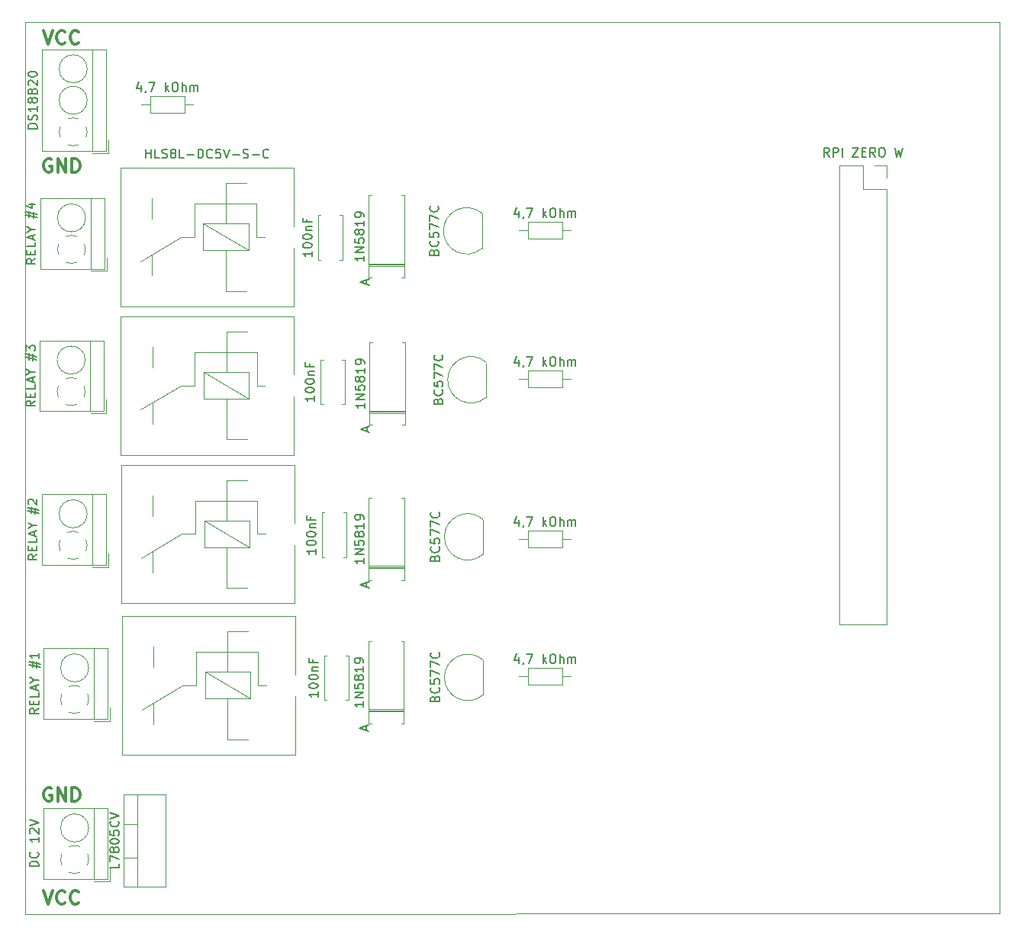
<source format=gbr>
G04 #@! TF.GenerationSoftware,KiCad,Pcbnew,(5.1.5)-3*
G04 #@! TF.CreationDate,2020-05-30T00:12:56+02:00*
G04 #@! TF.ProjectId,BOTLAND-1-INTELIGENTNY-DOM,424f544c-414e-4442-9d31-2d494e54454c,rev?*
G04 #@! TF.SameCoordinates,Original*
G04 #@! TF.FileFunction,Legend,Top*
G04 #@! TF.FilePolarity,Positive*
%FSLAX46Y46*%
G04 Gerber Fmt 4.6, Leading zero omitted, Abs format (unit mm)*
G04 Created by KiCad (PCBNEW (5.1.5)-3) date 2020-05-30 00:12:56*
%MOMM*%
%LPD*%
G04 APERTURE LIST*
%ADD10C,0.120000*%
%ADD11C,0.300000*%
%ADD12C,0.150000*%
G04 APERTURE END LIST*
D10*
X130703320Y-156651960D02*
X130688080Y-156641800D01*
X22595840Y-156697680D02*
X130703320Y-156651960D01*
X22590760Y-156728160D02*
X22611080Y-156687520D01*
X22585680Y-156651960D02*
X22590760Y-156728160D01*
X22585680Y-57703720D02*
X22585680Y-156651960D01*
X130708400Y-57703720D02*
X22585680Y-57703720D01*
X130708400Y-156651960D02*
X130708400Y-57703720D01*
D11*
X25527142Y-72910000D02*
X25384285Y-72838571D01*
X25170000Y-72838571D01*
X24955714Y-72910000D01*
X24812857Y-73052857D01*
X24741428Y-73195714D01*
X24670000Y-73481428D01*
X24670000Y-73695714D01*
X24741428Y-73981428D01*
X24812857Y-74124285D01*
X24955714Y-74267142D01*
X25170000Y-74338571D01*
X25312857Y-74338571D01*
X25527142Y-74267142D01*
X25598571Y-74195714D01*
X25598571Y-73695714D01*
X25312857Y-73695714D01*
X26241428Y-74338571D02*
X26241428Y-72838571D01*
X27098571Y-74338571D01*
X27098571Y-72838571D01*
X27812857Y-74338571D02*
X27812857Y-72838571D01*
X28170000Y-72838571D01*
X28384285Y-72910000D01*
X28527142Y-73052857D01*
X28598571Y-73195714D01*
X28670000Y-73481428D01*
X28670000Y-73695714D01*
X28598571Y-73981428D01*
X28527142Y-74124285D01*
X28384285Y-74267142D01*
X28170000Y-74338571D01*
X27812857Y-74338571D01*
X24670000Y-58598571D02*
X25170000Y-60098571D01*
X25670000Y-58598571D01*
X27027142Y-59955714D02*
X26955714Y-60027142D01*
X26741428Y-60098571D01*
X26598571Y-60098571D01*
X26384285Y-60027142D01*
X26241428Y-59884285D01*
X26170000Y-59741428D01*
X26098571Y-59455714D01*
X26098571Y-59241428D01*
X26170000Y-58955714D01*
X26241428Y-58812857D01*
X26384285Y-58670000D01*
X26598571Y-58598571D01*
X26741428Y-58598571D01*
X26955714Y-58670000D01*
X27027142Y-58741428D01*
X28527142Y-59955714D02*
X28455714Y-60027142D01*
X28241428Y-60098571D01*
X28098571Y-60098571D01*
X27884285Y-60027142D01*
X27741428Y-59884285D01*
X27670000Y-59741428D01*
X27598571Y-59455714D01*
X27598571Y-59241428D01*
X27670000Y-58955714D01*
X27741428Y-58812857D01*
X27884285Y-58670000D01*
X28098571Y-58598571D01*
X28241428Y-58598571D01*
X28455714Y-58670000D01*
X28527142Y-58741428D01*
X25527142Y-142760000D02*
X25384285Y-142688571D01*
X25170000Y-142688571D01*
X24955714Y-142760000D01*
X24812857Y-142902857D01*
X24741428Y-143045714D01*
X24670000Y-143331428D01*
X24670000Y-143545714D01*
X24741428Y-143831428D01*
X24812857Y-143974285D01*
X24955714Y-144117142D01*
X25170000Y-144188571D01*
X25312857Y-144188571D01*
X25527142Y-144117142D01*
X25598571Y-144045714D01*
X25598571Y-143545714D01*
X25312857Y-143545714D01*
X26241428Y-144188571D02*
X26241428Y-142688571D01*
X27098571Y-144188571D01*
X27098571Y-142688571D01*
X27812857Y-144188571D02*
X27812857Y-142688571D01*
X28170000Y-142688571D01*
X28384285Y-142760000D01*
X28527142Y-142902857D01*
X28598571Y-143045714D01*
X28670000Y-143331428D01*
X28670000Y-143545714D01*
X28598571Y-143831428D01*
X28527142Y-143974285D01*
X28384285Y-144117142D01*
X28170000Y-144188571D01*
X27812857Y-144188571D01*
X24670000Y-154118571D02*
X25170000Y-155618571D01*
X25670000Y-154118571D01*
X27027142Y-155475714D02*
X26955714Y-155547142D01*
X26741428Y-155618571D01*
X26598571Y-155618571D01*
X26384285Y-155547142D01*
X26241428Y-155404285D01*
X26170000Y-155261428D01*
X26098571Y-154975714D01*
X26098571Y-154761428D01*
X26170000Y-154475714D01*
X26241428Y-154332857D01*
X26384285Y-154190000D01*
X26598571Y-154118571D01*
X26741428Y-154118571D01*
X26955714Y-154190000D01*
X27027142Y-154261428D01*
X28527142Y-155475714D02*
X28455714Y-155547142D01*
X28241428Y-155618571D01*
X28098571Y-155618571D01*
X27884285Y-155547142D01*
X27741428Y-155404285D01*
X27670000Y-155261428D01*
X27598571Y-154975714D01*
X27598571Y-154761428D01*
X27670000Y-154475714D01*
X27741428Y-154332857D01*
X27884285Y-154190000D01*
X28098571Y-154118571D01*
X28241428Y-154118571D01*
X28455714Y-154190000D01*
X28527142Y-154261428D01*
D10*
X36474640Y-65902320D02*
X36474640Y-67742320D01*
X36474640Y-67742320D02*
X40314640Y-67742320D01*
X40314640Y-67742320D02*
X40314640Y-65902320D01*
X40314640Y-65902320D02*
X36474640Y-65902320D01*
X35524640Y-66822320D02*
X36474640Y-66822320D01*
X41264640Y-66822320D02*
X40314640Y-66822320D01*
X29495492Y-69822989D02*
G75*
G02X29372000Y-70458000I-1555492J-27011D01*
G01*
X28547742Y-71282109D02*
G75*
G02X27332000Y-71282000I-607742J1432109D01*
G01*
X26507891Y-70457742D02*
G75*
G02X26508000Y-69242000I1432109J607742D01*
G01*
X27332258Y-68417891D02*
G75*
G02X28548000Y-68418000I607742J-1432109D01*
G01*
X29371385Y-69242413D02*
G75*
G02X29495000Y-69850000I-1431385J-607587D01*
G01*
X29495000Y-66350000D02*
G75*
G03X29495000Y-66350000I-1555000J0D01*
G01*
X29495000Y-62850000D02*
G75*
G03X29495000Y-62850000I-1555000J0D01*
G01*
X30040000Y-72010000D02*
X30040000Y-60690000D01*
X24480000Y-72010000D02*
X24480000Y-60690000D01*
X31600000Y-72010000D02*
X31600000Y-60690000D01*
X24480000Y-72010000D02*
X31600000Y-72010000D01*
X24480000Y-60690000D02*
X31600000Y-60690000D01*
X30100000Y-72250000D02*
X31840000Y-72250000D01*
X31840000Y-72250000D02*
X31840000Y-70750000D01*
X32002560Y-153057560D02*
X32002560Y-151557560D01*
X30262560Y-153057560D02*
X32002560Y-153057560D01*
X24642560Y-144997560D02*
X31762560Y-144997560D01*
X24642560Y-152817560D02*
X31762560Y-152817560D01*
X31762560Y-152817560D02*
X31762560Y-144997560D01*
X24642560Y-152817560D02*
X24642560Y-144997560D01*
X30202560Y-152817560D02*
X30202560Y-144997560D01*
X29657560Y-147157560D02*
G75*
G03X29657560Y-147157560I-1555000J0D01*
G01*
X29658052Y-150630549D02*
G75*
G02X29534560Y-151265560I-1555492J-27011D01*
G01*
X28710302Y-152089669D02*
G75*
G02X27494560Y-152089560I-607742J1432109D01*
G01*
X26670451Y-151265302D02*
G75*
G02X26670560Y-150049560I1432109J607742D01*
G01*
X27494818Y-149225451D02*
G75*
G02X28710560Y-149225560I607742J-1432109D01*
G01*
X29533945Y-150049973D02*
G75*
G02X29657560Y-150657560I-1431385J-607587D01*
G01*
X33560000Y-153710000D02*
X33560000Y-143470000D01*
X38201000Y-153710000D02*
X38201000Y-143470000D01*
X33560000Y-153710000D02*
X38201000Y-153710000D01*
X33560000Y-143470000D02*
X38201000Y-143470000D01*
X35070000Y-153710000D02*
X35070000Y-143470000D01*
X33560000Y-150440000D02*
X35070000Y-150440000D01*
X33560000Y-146739000D02*
X35070000Y-146739000D01*
X112970000Y-73600000D02*
X115570000Y-73600000D01*
X112970000Y-73600000D02*
X112970000Y-124520000D01*
X112970000Y-124520000D02*
X118170000Y-124520000D01*
X118170000Y-76200000D02*
X118170000Y-124520000D01*
X115570000Y-76200000D02*
X118170000Y-76200000D01*
X115570000Y-73600000D02*
X115570000Y-76200000D01*
X118170000Y-73600000D02*
X118170000Y-74930000D01*
X116840000Y-73600000D02*
X118170000Y-73600000D01*
X78384640Y-129402320D02*
X78384640Y-131242320D01*
X78384640Y-131242320D02*
X82224640Y-131242320D01*
X82224640Y-131242320D02*
X82224640Y-129402320D01*
X82224640Y-129402320D02*
X78384640Y-129402320D01*
X77434640Y-130322320D02*
X78384640Y-130322320D01*
X83174640Y-130322320D02*
X82224640Y-130322320D01*
X78384640Y-114162320D02*
X78384640Y-116002320D01*
X78384640Y-116002320D02*
X82224640Y-116002320D01*
X82224640Y-116002320D02*
X82224640Y-114162320D01*
X82224640Y-114162320D02*
X78384640Y-114162320D01*
X77434640Y-115082320D02*
X78384640Y-115082320D01*
X83174640Y-115082320D02*
X82224640Y-115082320D01*
X78384640Y-96382320D02*
X78384640Y-98222320D01*
X78384640Y-98222320D02*
X82224640Y-98222320D01*
X82224640Y-98222320D02*
X82224640Y-96382320D01*
X82224640Y-96382320D02*
X78384640Y-96382320D01*
X77434640Y-97302320D02*
X78384640Y-97302320D01*
X83174640Y-97302320D02*
X82224640Y-97302320D01*
X78384640Y-79872320D02*
X78384640Y-81712320D01*
X78384640Y-81712320D02*
X82224640Y-81712320D01*
X82224640Y-81712320D02*
X82224640Y-79872320D01*
X82224640Y-79872320D02*
X78384640Y-79872320D01*
X77434640Y-80792320D02*
X78384640Y-80792320D01*
X83174640Y-80792320D02*
X82224640Y-80792320D01*
X73409280Y-132377880D02*
X73409280Y-128527880D01*
X73399402Y-128489269D02*
G75*
G03X73409280Y-132377880I-1690122J-1948611D01*
G01*
X73409280Y-116772120D02*
X73409280Y-112922120D01*
X73399402Y-112883509D02*
G75*
G03X73409280Y-116772120I-1690122J-1948611D01*
G01*
X73775040Y-99322320D02*
X73775040Y-95472320D01*
X73765162Y-95433709D02*
G75*
G03X73775040Y-99322320I-1690122J-1948611D01*
G01*
X73302600Y-82786920D02*
X73302600Y-78936920D01*
X73292722Y-78898309D02*
G75*
G03X73302600Y-82786920I-1690122J-1948611D01*
G01*
X32002560Y-135277560D02*
X32002560Y-133777560D01*
X30262560Y-135277560D02*
X32002560Y-135277560D01*
X24642560Y-127217560D02*
X31762560Y-127217560D01*
X24642560Y-135037560D02*
X31762560Y-135037560D01*
X31762560Y-135037560D02*
X31762560Y-127217560D01*
X24642560Y-135037560D02*
X24642560Y-127217560D01*
X30202560Y-135037560D02*
X30202560Y-127217560D01*
X29657560Y-129377560D02*
G75*
G03X29657560Y-129377560I-1555000J0D01*
G01*
X29533945Y-132269973D02*
G75*
G02X29657560Y-132877560I-1431385J-607587D01*
G01*
X27494818Y-131445451D02*
G75*
G02X28710560Y-131445560I607742J-1432109D01*
G01*
X26670451Y-133485302D02*
G75*
G02X26670560Y-132269560I1432109J607742D01*
G01*
X28710302Y-134309669D02*
G75*
G02X27494560Y-134309560I-607742J1432109D01*
G01*
X29658052Y-132850549D02*
G75*
G02X29534560Y-133485560I-1555492J-27011D01*
G01*
X31829840Y-118168120D02*
X31829840Y-116668120D01*
X30089840Y-118168120D02*
X31829840Y-118168120D01*
X24469840Y-110108120D02*
X31589840Y-110108120D01*
X24469840Y-117928120D02*
X31589840Y-117928120D01*
X31589840Y-117928120D02*
X31589840Y-110108120D01*
X24469840Y-117928120D02*
X24469840Y-110108120D01*
X30029840Y-117928120D02*
X30029840Y-110108120D01*
X29484840Y-112268120D02*
G75*
G03X29484840Y-112268120I-1555000J0D01*
G01*
X29361225Y-115160533D02*
G75*
G02X29484840Y-115768120I-1431385J-607587D01*
G01*
X27322098Y-114336011D02*
G75*
G02X28537840Y-114336120I607742J-1432109D01*
G01*
X26497731Y-116375862D02*
G75*
G02X26497840Y-115160120I1432109J607742D01*
G01*
X28537582Y-117200229D02*
G75*
G02X27321840Y-117200120I-607742J1432109D01*
G01*
X29485332Y-115741109D02*
G75*
G02X29361840Y-116376120I-1555492J-27011D01*
G01*
X31611400Y-101099320D02*
X31611400Y-99599320D01*
X29871400Y-101099320D02*
X31611400Y-101099320D01*
X24251400Y-93039320D02*
X31371400Y-93039320D01*
X24251400Y-100859320D02*
X31371400Y-100859320D01*
X31371400Y-100859320D02*
X31371400Y-93039320D01*
X24251400Y-100859320D02*
X24251400Y-93039320D01*
X29811400Y-100859320D02*
X29811400Y-93039320D01*
X29266400Y-95199320D02*
G75*
G03X29266400Y-95199320I-1555000J0D01*
G01*
X29142785Y-98091733D02*
G75*
G02X29266400Y-98699320I-1431385J-607587D01*
G01*
X27103658Y-97267211D02*
G75*
G02X28319400Y-97267320I607742J-1432109D01*
G01*
X26279291Y-99307062D02*
G75*
G02X26279400Y-98091320I1432109J607742D01*
G01*
X28319142Y-100131429D02*
G75*
G02X27103400Y-100131320I-607742J1432109D01*
G01*
X29266892Y-98672309D02*
G75*
G02X29143400Y-99307320I-1555492J-27011D01*
G01*
X29307040Y-79405600D02*
G75*
G03X29307040Y-79405600I-1555000J0D01*
G01*
X29852040Y-85065600D02*
X29852040Y-77245600D01*
X24292040Y-85065600D02*
X24292040Y-77245600D01*
X31412040Y-85065600D02*
X31412040Y-77245600D01*
X24292040Y-85065600D02*
X31412040Y-85065600D01*
X24292040Y-77245600D02*
X31412040Y-77245600D01*
X29912040Y-85305600D02*
X31652040Y-85305600D01*
X31652040Y-85305600D02*
X31652040Y-83805600D01*
X29307532Y-82878589D02*
G75*
G02X29184040Y-83513600I-1555492J-27011D01*
G01*
X28359782Y-84337709D02*
G75*
G02X27144040Y-84337600I-607742J1432109D01*
G01*
X26319931Y-83513342D02*
G75*
G02X26320040Y-82297600I1432109J607742D01*
G01*
X27144298Y-81473491D02*
G75*
G02X28360040Y-81473600I607742J-1432109D01*
G01*
X29183425Y-82298013D02*
G75*
G02X29307040Y-82905600I-1431385J-607587D01*
G01*
X60707040Y-134222800D02*
X64647040Y-134222800D01*
X60707040Y-133982800D02*
X64647040Y-133982800D01*
X60707040Y-134102800D02*
X64647040Y-134102800D01*
X64647040Y-126417800D02*
X64317040Y-126417800D01*
X64647040Y-135557800D02*
X64647040Y-126417800D01*
X64317040Y-135557800D02*
X64647040Y-135557800D01*
X60707040Y-126417800D02*
X61037040Y-126417800D01*
X60707040Y-135557800D02*
X60707040Y-126417800D01*
X61037040Y-135557800D02*
X60707040Y-135557800D01*
X60742600Y-118302080D02*
X64682600Y-118302080D01*
X60742600Y-118062080D02*
X64682600Y-118062080D01*
X60742600Y-118182080D02*
X64682600Y-118182080D01*
X64682600Y-110497080D02*
X64352600Y-110497080D01*
X64682600Y-119637080D02*
X64682600Y-110497080D01*
X64352600Y-119637080D02*
X64682600Y-119637080D01*
X60742600Y-110497080D02*
X61072600Y-110497080D01*
X60742600Y-119637080D02*
X60742600Y-110497080D01*
X61072600Y-119637080D02*
X60742600Y-119637080D01*
X60813720Y-101065640D02*
X64753720Y-101065640D01*
X60813720Y-100825640D02*
X64753720Y-100825640D01*
X60813720Y-100945640D02*
X64753720Y-100945640D01*
X64753720Y-93260640D02*
X64423720Y-93260640D01*
X64753720Y-102400640D02*
X64753720Y-93260640D01*
X64423720Y-102400640D02*
X64753720Y-102400640D01*
X60813720Y-93260640D02*
X61143720Y-93260640D01*
X60813720Y-102400640D02*
X60813720Y-93260640D01*
X61143720Y-102400640D02*
X60813720Y-102400640D01*
X61082760Y-86063360D02*
X60752760Y-86063360D01*
X60752760Y-86063360D02*
X60752760Y-76923360D01*
X60752760Y-76923360D02*
X61082760Y-76923360D01*
X64362760Y-86063360D02*
X64692760Y-86063360D01*
X64692760Y-86063360D02*
X64692760Y-76923360D01*
X64692760Y-76923360D02*
X64362760Y-76923360D01*
X60752760Y-84608360D02*
X64692760Y-84608360D01*
X60752760Y-84488360D02*
X64692760Y-84488360D01*
X60752760Y-84728360D02*
X64692760Y-84728360D01*
X58194840Y-128004080D02*
X58509840Y-128004080D01*
X55769840Y-128004080D02*
X56084840Y-128004080D01*
X58194840Y-132944080D02*
X58509840Y-132944080D01*
X55769840Y-132944080D02*
X56084840Y-132944080D01*
X58509840Y-132944080D02*
X58509840Y-128004080D01*
X55769840Y-132944080D02*
X55769840Y-128004080D01*
X57945920Y-112139240D02*
X58260920Y-112139240D01*
X55520920Y-112139240D02*
X55835920Y-112139240D01*
X57945920Y-117079240D02*
X58260920Y-117079240D01*
X55520920Y-117079240D02*
X55835920Y-117079240D01*
X58260920Y-117079240D02*
X58260920Y-112139240D01*
X55520920Y-117079240D02*
X55520920Y-112139240D01*
X57788440Y-95166960D02*
X58103440Y-95166960D01*
X55363440Y-95166960D02*
X55678440Y-95166960D01*
X57788440Y-100106960D02*
X58103440Y-100106960D01*
X55363440Y-100106960D02*
X55678440Y-100106960D01*
X58103440Y-100106960D02*
X58103440Y-95166960D01*
X55363440Y-100106960D02*
X55363440Y-95166960D01*
X55094200Y-84049080D02*
X55094200Y-79109080D01*
X57834200Y-84049080D02*
X57834200Y-79109080D01*
X55094200Y-84049080D02*
X55409200Y-84049080D01*
X57519200Y-84049080D02*
X57834200Y-84049080D01*
X55094200Y-79109080D02*
X55409200Y-79109080D01*
X57519200Y-79109080D02*
X57834200Y-79109080D01*
X42559080Y-129807840D02*
X47559080Y-129807840D01*
X42559080Y-132807840D02*
X42559080Y-129807840D01*
X47559080Y-132807840D02*
X42559080Y-132807840D01*
X47559080Y-129807840D02*
X47559080Y-132807840D01*
X42559080Y-129807840D02*
X47559080Y-132807840D01*
X45059080Y-129807840D02*
X45059080Y-125307840D01*
X45059080Y-137307840D02*
X45059080Y-132807840D01*
X48459080Y-131307840D02*
X48459080Y-127607840D01*
X41559080Y-131307840D02*
X41559080Y-127607840D01*
X41559080Y-127607840D02*
X48459080Y-127607840D01*
X40059080Y-131307840D02*
X35559080Y-134007840D01*
X41559080Y-131307840D02*
X40059080Y-131307840D01*
X45059080Y-137307840D02*
X47359080Y-137307840D01*
X48459080Y-131307840D02*
X49359080Y-131307840D01*
X47359080Y-125307840D02*
X45059080Y-125307840D01*
X36859080Y-135607840D02*
X36859080Y-133307840D01*
X36859080Y-127007840D02*
X36859080Y-129307840D01*
X33359080Y-123607840D02*
X52559080Y-123607840D01*
X33359080Y-139007840D02*
X33359080Y-123607840D01*
X52559080Y-139007840D02*
X33359080Y-139007840D01*
X52559080Y-139007840D02*
X52559080Y-132507840D01*
X52559080Y-130107840D02*
X52559080Y-123607840D01*
X42472720Y-113018440D02*
X47472720Y-113018440D01*
X42472720Y-116018440D02*
X42472720Y-113018440D01*
X47472720Y-116018440D02*
X42472720Y-116018440D01*
X47472720Y-113018440D02*
X47472720Y-116018440D01*
X42472720Y-113018440D02*
X47472720Y-116018440D01*
X44972720Y-113018440D02*
X44972720Y-108518440D01*
X44972720Y-120518440D02*
X44972720Y-116018440D01*
X48372720Y-114518440D02*
X48372720Y-110818440D01*
X41472720Y-114518440D02*
X41472720Y-110818440D01*
X41472720Y-110818440D02*
X48372720Y-110818440D01*
X39972720Y-114518440D02*
X35472720Y-117218440D01*
X41472720Y-114518440D02*
X39972720Y-114518440D01*
X44972720Y-120518440D02*
X47272720Y-120518440D01*
X48372720Y-114518440D02*
X49272720Y-114518440D01*
X47272720Y-108518440D02*
X44972720Y-108518440D01*
X36772720Y-118818440D02*
X36772720Y-116518440D01*
X36772720Y-110218440D02*
X36772720Y-112518440D01*
X33272720Y-106818440D02*
X52472720Y-106818440D01*
X33272720Y-122218440D02*
X33272720Y-106818440D01*
X52472720Y-122218440D02*
X33272720Y-122218440D01*
X52472720Y-122218440D02*
X52472720Y-115718440D01*
X52472720Y-113318440D02*
X52472720Y-106818440D01*
X42427000Y-96518600D02*
X47427000Y-96518600D01*
X42427000Y-99518600D02*
X42427000Y-96518600D01*
X47427000Y-99518600D02*
X42427000Y-99518600D01*
X47427000Y-96518600D02*
X47427000Y-99518600D01*
X42427000Y-96518600D02*
X47427000Y-99518600D01*
X44927000Y-96518600D02*
X44927000Y-92018600D01*
X44927000Y-104018600D02*
X44927000Y-99518600D01*
X48327000Y-98018600D02*
X48327000Y-94318600D01*
X41427000Y-98018600D02*
X41427000Y-94318600D01*
X41427000Y-94318600D02*
X48327000Y-94318600D01*
X39927000Y-98018600D02*
X35427000Y-100718600D01*
X41427000Y-98018600D02*
X39927000Y-98018600D01*
X44927000Y-104018600D02*
X47227000Y-104018600D01*
X48327000Y-98018600D02*
X49227000Y-98018600D01*
X47227000Y-92018600D02*
X44927000Y-92018600D01*
X36727000Y-102318600D02*
X36727000Y-100018600D01*
X36727000Y-93718600D02*
X36727000Y-96018600D01*
X33227000Y-90318600D02*
X52427000Y-90318600D01*
X33227000Y-105718600D02*
X33227000Y-90318600D01*
X52427000Y-105718600D02*
X33227000Y-105718600D01*
X52427000Y-105718600D02*
X52427000Y-99218600D01*
X52427000Y-96818600D02*
X52427000Y-90318600D01*
X52381280Y-80318760D02*
X52381280Y-73818760D01*
X52381280Y-89218760D02*
X52381280Y-82718760D01*
X52381280Y-89218760D02*
X33181280Y-89218760D01*
X33181280Y-89218760D02*
X33181280Y-73818760D01*
X33181280Y-73818760D02*
X52381280Y-73818760D01*
X36681280Y-77218760D02*
X36681280Y-79518760D01*
X36681280Y-85818760D02*
X36681280Y-83518760D01*
X47181280Y-75518760D02*
X44881280Y-75518760D01*
X48281280Y-81518760D02*
X49181280Y-81518760D01*
X44881280Y-87518760D02*
X47181280Y-87518760D01*
X41381280Y-81518760D02*
X39881280Y-81518760D01*
X39881280Y-81518760D02*
X35381280Y-84218760D01*
X41381280Y-77818760D02*
X48281280Y-77818760D01*
X41381280Y-81518760D02*
X41381280Y-77818760D01*
X48281280Y-81518760D02*
X48281280Y-77818760D01*
X44881280Y-87518760D02*
X44881280Y-83018760D01*
X44881280Y-80018760D02*
X44881280Y-75518760D01*
X42381280Y-80018760D02*
X47381280Y-83018760D01*
X47381280Y-80018760D02*
X47381280Y-83018760D01*
X47381280Y-83018760D02*
X42381280Y-83018760D01*
X42381280Y-83018760D02*
X42381280Y-80018760D01*
X42381280Y-80018760D02*
X47381280Y-80018760D01*
D12*
X35442259Y-64688034D02*
X35442259Y-65354700D01*
X35204163Y-64307081D02*
X34966068Y-65021367D01*
X35585116Y-65021367D01*
X36013687Y-65307081D02*
X36013687Y-65354700D01*
X35966068Y-65449939D01*
X35918449Y-65497558D01*
X36347020Y-64354700D02*
X37013687Y-64354700D01*
X36585116Y-65354700D01*
X38156544Y-65354700D02*
X38156544Y-64354700D01*
X38251782Y-64973748D02*
X38537497Y-65354700D01*
X38537497Y-64688034D02*
X38156544Y-65068986D01*
X39156544Y-64354700D02*
X39347020Y-64354700D01*
X39442259Y-64402320D01*
X39537497Y-64497558D01*
X39585116Y-64688034D01*
X39585116Y-65021367D01*
X39537497Y-65211843D01*
X39442259Y-65307081D01*
X39347020Y-65354700D01*
X39156544Y-65354700D01*
X39061306Y-65307081D01*
X38966068Y-65211843D01*
X38918449Y-65021367D01*
X38918449Y-64688034D01*
X38966068Y-64497558D01*
X39061306Y-64402320D01*
X39156544Y-64354700D01*
X40013687Y-65354700D02*
X40013687Y-64354700D01*
X40442259Y-65354700D02*
X40442259Y-64830891D01*
X40394640Y-64735653D01*
X40299401Y-64688034D01*
X40156544Y-64688034D01*
X40061306Y-64735653D01*
X40013687Y-64783272D01*
X40918449Y-65354700D02*
X40918449Y-64688034D01*
X40918449Y-64783272D02*
X40966068Y-64735653D01*
X41061306Y-64688034D01*
X41204163Y-64688034D01*
X41299401Y-64735653D01*
X41347020Y-64830891D01*
X41347020Y-65354700D01*
X41347020Y-64830891D02*
X41394640Y-64735653D01*
X41489878Y-64688034D01*
X41632735Y-64688034D01*
X41727973Y-64735653D01*
X41775592Y-64830891D01*
X41775592Y-65354700D01*
X23932380Y-69492857D02*
X22932380Y-69492857D01*
X22932380Y-69254761D01*
X22980000Y-69111904D01*
X23075238Y-69016666D01*
X23170476Y-68969047D01*
X23360952Y-68921428D01*
X23503809Y-68921428D01*
X23694285Y-68969047D01*
X23789523Y-69016666D01*
X23884761Y-69111904D01*
X23932380Y-69254761D01*
X23932380Y-69492857D01*
X23884761Y-68540476D02*
X23932380Y-68397619D01*
X23932380Y-68159523D01*
X23884761Y-68064285D01*
X23837142Y-68016666D01*
X23741904Y-67969047D01*
X23646666Y-67969047D01*
X23551428Y-68016666D01*
X23503809Y-68064285D01*
X23456190Y-68159523D01*
X23408571Y-68350000D01*
X23360952Y-68445238D01*
X23313333Y-68492857D01*
X23218095Y-68540476D01*
X23122857Y-68540476D01*
X23027619Y-68492857D01*
X22980000Y-68445238D01*
X22932380Y-68350000D01*
X22932380Y-68111904D01*
X22980000Y-67969047D01*
X23932380Y-67016666D02*
X23932380Y-67588095D01*
X23932380Y-67302380D02*
X22932380Y-67302380D01*
X23075238Y-67397619D01*
X23170476Y-67492857D01*
X23218095Y-67588095D01*
X23360952Y-66445238D02*
X23313333Y-66540476D01*
X23265714Y-66588095D01*
X23170476Y-66635714D01*
X23122857Y-66635714D01*
X23027619Y-66588095D01*
X22980000Y-66540476D01*
X22932380Y-66445238D01*
X22932380Y-66254761D01*
X22980000Y-66159523D01*
X23027619Y-66111904D01*
X23122857Y-66064285D01*
X23170476Y-66064285D01*
X23265714Y-66111904D01*
X23313333Y-66159523D01*
X23360952Y-66254761D01*
X23360952Y-66445238D01*
X23408571Y-66540476D01*
X23456190Y-66588095D01*
X23551428Y-66635714D01*
X23741904Y-66635714D01*
X23837142Y-66588095D01*
X23884761Y-66540476D01*
X23932380Y-66445238D01*
X23932380Y-66254761D01*
X23884761Y-66159523D01*
X23837142Y-66111904D01*
X23741904Y-66064285D01*
X23551428Y-66064285D01*
X23456190Y-66111904D01*
X23408571Y-66159523D01*
X23360952Y-66254761D01*
X23408571Y-65302380D02*
X23456190Y-65159523D01*
X23503809Y-65111904D01*
X23599047Y-65064285D01*
X23741904Y-65064285D01*
X23837142Y-65111904D01*
X23884761Y-65159523D01*
X23932380Y-65254761D01*
X23932380Y-65635714D01*
X22932380Y-65635714D01*
X22932380Y-65302380D01*
X22980000Y-65207142D01*
X23027619Y-65159523D01*
X23122857Y-65111904D01*
X23218095Y-65111904D01*
X23313333Y-65159523D01*
X23360952Y-65207142D01*
X23408571Y-65302380D01*
X23408571Y-65635714D01*
X23027619Y-64683333D02*
X22980000Y-64635714D01*
X22932380Y-64540476D01*
X22932380Y-64302380D01*
X22980000Y-64207142D01*
X23027619Y-64159523D01*
X23122857Y-64111904D01*
X23218095Y-64111904D01*
X23360952Y-64159523D01*
X23932380Y-64730952D01*
X23932380Y-64111904D01*
X22932380Y-63492857D02*
X22932380Y-63397619D01*
X22980000Y-63302380D01*
X23027619Y-63254761D01*
X23122857Y-63207142D01*
X23313333Y-63159523D01*
X23551428Y-63159523D01*
X23741904Y-63207142D01*
X23837142Y-63254761D01*
X23884761Y-63302380D01*
X23932380Y-63397619D01*
X23932380Y-63492857D01*
X23884761Y-63588095D01*
X23837142Y-63635714D01*
X23741904Y-63683333D01*
X23551428Y-63730952D01*
X23313333Y-63730952D01*
X23122857Y-63683333D01*
X23027619Y-63635714D01*
X22980000Y-63588095D01*
X22932380Y-63492857D01*
X24094940Y-151431369D02*
X23094940Y-151431369D01*
X23094940Y-151193274D01*
X23142560Y-151050417D01*
X23237798Y-150955179D01*
X23333036Y-150907560D01*
X23523512Y-150859940D01*
X23666369Y-150859940D01*
X23856845Y-150907560D01*
X23952083Y-150955179D01*
X24047321Y-151050417D01*
X24094940Y-151193274D01*
X24094940Y-151431369D01*
X23999702Y-149859940D02*
X24047321Y-149907560D01*
X24094940Y-150050417D01*
X24094940Y-150145655D01*
X24047321Y-150288512D01*
X23952083Y-150383750D01*
X23856845Y-150431369D01*
X23666369Y-150478988D01*
X23523512Y-150478988D01*
X23333036Y-150431369D01*
X23237798Y-150383750D01*
X23142560Y-150288512D01*
X23094940Y-150145655D01*
X23094940Y-150050417D01*
X23142560Y-149907560D01*
X23190179Y-149859940D01*
X24094940Y-148145655D02*
X24094940Y-148717083D01*
X24094940Y-148431369D02*
X23094940Y-148431369D01*
X23237798Y-148526607D01*
X23333036Y-148621845D01*
X23380655Y-148717083D01*
X23190179Y-147764702D02*
X23142560Y-147717083D01*
X23094940Y-147621845D01*
X23094940Y-147383750D01*
X23142560Y-147288512D01*
X23190179Y-147240893D01*
X23285417Y-147193274D01*
X23380655Y-147193274D01*
X23523512Y-147240893D01*
X24094940Y-147812321D01*
X24094940Y-147193274D01*
X23094940Y-146907560D02*
X24094940Y-146574226D01*
X23094940Y-146240893D01*
X33012380Y-151113809D02*
X33012380Y-151590000D01*
X32012380Y-151590000D01*
X32012380Y-150875714D02*
X32012380Y-150209047D01*
X33012380Y-150637619D01*
X32440952Y-149685238D02*
X32393333Y-149780476D01*
X32345714Y-149828095D01*
X32250476Y-149875714D01*
X32202857Y-149875714D01*
X32107619Y-149828095D01*
X32060000Y-149780476D01*
X32012380Y-149685238D01*
X32012380Y-149494761D01*
X32060000Y-149399523D01*
X32107619Y-149351904D01*
X32202857Y-149304285D01*
X32250476Y-149304285D01*
X32345714Y-149351904D01*
X32393333Y-149399523D01*
X32440952Y-149494761D01*
X32440952Y-149685238D01*
X32488571Y-149780476D01*
X32536190Y-149828095D01*
X32631428Y-149875714D01*
X32821904Y-149875714D01*
X32917142Y-149828095D01*
X32964761Y-149780476D01*
X33012380Y-149685238D01*
X33012380Y-149494761D01*
X32964761Y-149399523D01*
X32917142Y-149351904D01*
X32821904Y-149304285D01*
X32631428Y-149304285D01*
X32536190Y-149351904D01*
X32488571Y-149399523D01*
X32440952Y-149494761D01*
X32012380Y-148685238D02*
X32012380Y-148590000D01*
X32060000Y-148494761D01*
X32107619Y-148447142D01*
X32202857Y-148399523D01*
X32393333Y-148351904D01*
X32631428Y-148351904D01*
X32821904Y-148399523D01*
X32917142Y-148447142D01*
X32964761Y-148494761D01*
X33012380Y-148590000D01*
X33012380Y-148685238D01*
X32964761Y-148780476D01*
X32917142Y-148828095D01*
X32821904Y-148875714D01*
X32631428Y-148923333D01*
X32393333Y-148923333D01*
X32202857Y-148875714D01*
X32107619Y-148828095D01*
X32060000Y-148780476D01*
X32012380Y-148685238D01*
X32012380Y-147447142D02*
X32012380Y-147923333D01*
X32488571Y-147970952D01*
X32440952Y-147923333D01*
X32393333Y-147828095D01*
X32393333Y-147590000D01*
X32440952Y-147494761D01*
X32488571Y-147447142D01*
X32583809Y-147399523D01*
X32821904Y-147399523D01*
X32917142Y-147447142D01*
X32964761Y-147494761D01*
X33012380Y-147590000D01*
X33012380Y-147828095D01*
X32964761Y-147923333D01*
X32917142Y-147970952D01*
X32917142Y-146399523D02*
X32964761Y-146447142D01*
X33012380Y-146590000D01*
X33012380Y-146685238D01*
X32964761Y-146828095D01*
X32869523Y-146923333D01*
X32774285Y-146970952D01*
X32583809Y-147018571D01*
X32440952Y-147018571D01*
X32250476Y-146970952D01*
X32155238Y-146923333D01*
X32060000Y-146828095D01*
X32012380Y-146685238D01*
X32012380Y-146590000D01*
X32060000Y-146447142D01*
X32107619Y-146399523D01*
X32012380Y-146113809D02*
X33012380Y-145780476D01*
X32012380Y-145447142D01*
X111855714Y-72612380D02*
X111522380Y-72136190D01*
X111284285Y-72612380D02*
X111284285Y-71612380D01*
X111665238Y-71612380D01*
X111760476Y-71660000D01*
X111808095Y-71707619D01*
X111855714Y-71802857D01*
X111855714Y-71945714D01*
X111808095Y-72040952D01*
X111760476Y-72088571D01*
X111665238Y-72136190D01*
X111284285Y-72136190D01*
X112284285Y-72612380D02*
X112284285Y-71612380D01*
X112665238Y-71612380D01*
X112760476Y-71660000D01*
X112808095Y-71707619D01*
X112855714Y-71802857D01*
X112855714Y-71945714D01*
X112808095Y-72040952D01*
X112760476Y-72088571D01*
X112665238Y-72136190D01*
X112284285Y-72136190D01*
X113284285Y-72612380D02*
X113284285Y-71612380D01*
X114427142Y-71612380D02*
X115093809Y-71612380D01*
X114427142Y-72612380D01*
X115093809Y-72612380D01*
X115474761Y-72088571D02*
X115808095Y-72088571D01*
X115950952Y-72612380D02*
X115474761Y-72612380D01*
X115474761Y-71612380D01*
X115950952Y-71612380D01*
X116950952Y-72612380D02*
X116617619Y-72136190D01*
X116379523Y-72612380D02*
X116379523Y-71612380D01*
X116760476Y-71612380D01*
X116855714Y-71660000D01*
X116903333Y-71707619D01*
X116950952Y-71802857D01*
X116950952Y-71945714D01*
X116903333Y-72040952D01*
X116855714Y-72088571D01*
X116760476Y-72136190D01*
X116379523Y-72136190D01*
X117570000Y-71612380D02*
X117760476Y-71612380D01*
X117855714Y-71660000D01*
X117950952Y-71755238D01*
X117998571Y-71945714D01*
X117998571Y-72279047D01*
X117950952Y-72469523D01*
X117855714Y-72564761D01*
X117760476Y-72612380D01*
X117570000Y-72612380D01*
X117474761Y-72564761D01*
X117379523Y-72469523D01*
X117331904Y-72279047D01*
X117331904Y-71945714D01*
X117379523Y-71755238D01*
X117474761Y-71660000D01*
X117570000Y-71612380D01*
X119093809Y-71612380D02*
X119331904Y-72612380D01*
X119522380Y-71898095D01*
X119712857Y-72612380D01*
X119950952Y-71612380D01*
X77352259Y-128188034D02*
X77352259Y-128854700D01*
X77114163Y-127807081D02*
X76876068Y-128521367D01*
X77495116Y-128521367D01*
X77923687Y-128807081D02*
X77923687Y-128854700D01*
X77876068Y-128949939D01*
X77828449Y-128997558D01*
X78257020Y-127854700D02*
X78923687Y-127854700D01*
X78495116Y-128854700D01*
X80066544Y-128854700D02*
X80066544Y-127854700D01*
X80161782Y-128473748D02*
X80447497Y-128854700D01*
X80447497Y-128188034D02*
X80066544Y-128568986D01*
X81066544Y-127854700D02*
X81257020Y-127854700D01*
X81352259Y-127902320D01*
X81447497Y-127997558D01*
X81495116Y-128188034D01*
X81495116Y-128521367D01*
X81447497Y-128711843D01*
X81352259Y-128807081D01*
X81257020Y-128854700D01*
X81066544Y-128854700D01*
X80971306Y-128807081D01*
X80876068Y-128711843D01*
X80828449Y-128521367D01*
X80828449Y-128188034D01*
X80876068Y-127997558D01*
X80971306Y-127902320D01*
X81066544Y-127854700D01*
X81923687Y-128854700D02*
X81923687Y-127854700D01*
X82352259Y-128854700D02*
X82352259Y-128330891D01*
X82304640Y-128235653D01*
X82209401Y-128188034D01*
X82066544Y-128188034D01*
X81971306Y-128235653D01*
X81923687Y-128283272D01*
X82828449Y-128854700D02*
X82828449Y-128188034D01*
X82828449Y-128283272D02*
X82876068Y-128235653D01*
X82971306Y-128188034D01*
X83114163Y-128188034D01*
X83209401Y-128235653D01*
X83257020Y-128330891D01*
X83257020Y-128854700D01*
X83257020Y-128330891D02*
X83304640Y-128235653D01*
X83399878Y-128188034D01*
X83542735Y-128188034D01*
X83637973Y-128235653D01*
X83685592Y-128330891D01*
X83685592Y-128854700D01*
X77352259Y-112948034D02*
X77352259Y-113614700D01*
X77114163Y-112567081D02*
X76876068Y-113281367D01*
X77495116Y-113281367D01*
X77923687Y-113567081D02*
X77923687Y-113614700D01*
X77876068Y-113709939D01*
X77828449Y-113757558D01*
X78257020Y-112614700D02*
X78923687Y-112614700D01*
X78495116Y-113614700D01*
X80066544Y-113614700D02*
X80066544Y-112614700D01*
X80161782Y-113233748D02*
X80447497Y-113614700D01*
X80447497Y-112948034D02*
X80066544Y-113328986D01*
X81066544Y-112614700D02*
X81257020Y-112614700D01*
X81352259Y-112662320D01*
X81447497Y-112757558D01*
X81495116Y-112948034D01*
X81495116Y-113281367D01*
X81447497Y-113471843D01*
X81352259Y-113567081D01*
X81257020Y-113614700D01*
X81066544Y-113614700D01*
X80971306Y-113567081D01*
X80876068Y-113471843D01*
X80828449Y-113281367D01*
X80828449Y-112948034D01*
X80876068Y-112757558D01*
X80971306Y-112662320D01*
X81066544Y-112614700D01*
X81923687Y-113614700D02*
X81923687Y-112614700D01*
X82352259Y-113614700D02*
X82352259Y-113090891D01*
X82304640Y-112995653D01*
X82209401Y-112948034D01*
X82066544Y-112948034D01*
X81971306Y-112995653D01*
X81923687Y-113043272D01*
X82828449Y-113614700D02*
X82828449Y-112948034D01*
X82828449Y-113043272D02*
X82876068Y-112995653D01*
X82971306Y-112948034D01*
X83114163Y-112948034D01*
X83209401Y-112995653D01*
X83257020Y-113090891D01*
X83257020Y-113614700D01*
X83257020Y-113090891D02*
X83304640Y-112995653D01*
X83399878Y-112948034D01*
X83542735Y-112948034D01*
X83637973Y-112995653D01*
X83685592Y-113090891D01*
X83685592Y-113614700D01*
X77352259Y-95168034D02*
X77352259Y-95834700D01*
X77114163Y-94787081D02*
X76876068Y-95501367D01*
X77495116Y-95501367D01*
X77923687Y-95787081D02*
X77923687Y-95834700D01*
X77876068Y-95929939D01*
X77828449Y-95977558D01*
X78257020Y-94834700D02*
X78923687Y-94834700D01*
X78495116Y-95834700D01*
X80066544Y-95834700D02*
X80066544Y-94834700D01*
X80161782Y-95453748D02*
X80447497Y-95834700D01*
X80447497Y-95168034D02*
X80066544Y-95548986D01*
X81066544Y-94834700D02*
X81257020Y-94834700D01*
X81352259Y-94882320D01*
X81447497Y-94977558D01*
X81495116Y-95168034D01*
X81495116Y-95501367D01*
X81447497Y-95691843D01*
X81352259Y-95787081D01*
X81257020Y-95834700D01*
X81066544Y-95834700D01*
X80971306Y-95787081D01*
X80876068Y-95691843D01*
X80828449Y-95501367D01*
X80828449Y-95168034D01*
X80876068Y-94977558D01*
X80971306Y-94882320D01*
X81066544Y-94834700D01*
X81923687Y-95834700D02*
X81923687Y-94834700D01*
X82352259Y-95834700D02*
X82352259Y-95310891D01*
X82304640Y-95215653D01*
X82209401Y-95168034D01*
X82066544Y-95168034D01*
X81971306Y-95215653D01*
X81923687Y-95263272D01*
X82828449Y-95834700D02*
X82828449Y-95168034D01*
X82828449Y-95263272D02*
X82876068Y-95215653D01*
X82971306Y-95168034D01*
X83114163Y-95168034D01*
X83209401Y-95215653D01*
X83257020Y-95310891D01*
X83257020Y-95834700D01*
X83257020Y-95310891D02*
X83304640Y-95215653D01*
X83399878Y-95168034D01*
X83542735Y-95168034D01*
X83637973Y-95215653D01*
X83685592Y-95310891D01*
X83685592Y-95834700D01*
X77352259Y-78658034D02*
X77352259Y-79324700D01*
X77114163Y-78277081D02*
X76876068Y-78991367D01*
X77495116Y-78991367D01*
X77923687Y-79277081D02*
X77923687Y-79324700D01*
X77876068Y-79419939D01*
X77828449Y-79467558D01*
X78257020Y-78324700D02*
X78923687Y-78324700D01*
X78495116Y-79324700D01*
X80066544Y-79324700D02*
X80066544Y-78324700D01*
X80161782Y-78943748D02*
X80447497Y-79324700D01*
X80447497Y-78658034D02*
X80066544Y-79038986D01*
X81066544Y-78324700D02*
X81257020Y-78324700D01*
X81352259Y-78372320D01*
X81447497Y-78467558D01*
X81495116Y-78658034D01*
X81495116Y-78991367D01*
X81447497Y-79181843D01*
X81352259Y-79277081D01*
X81257020Y-79324700D01*
X81066544Y-79324700D01*
X80971306Y-79277081D01*
X80876068Y-79181843D01*
X80828449Y-78991367D01*
X80828449Y-78658034D01*
X80876068Y-78467558D01*
X80971306Y-78372320D01*
X81066544Y-78324700D01*
X81923687Y-79324700D02*
X81923687Y-78324700D01*
X82352259Y-79324700D02*
X82352259Y-78800891D01*
X82304640Y-78705653D01*
X82209401Y-78658034D01*
X82066544Y-78658034D01*
X81971306Y-78705653D01*
X81923687Y-78753272D01*
X82828449Y-79324700D02*
X82828449Y-78658034D01*
X82828449Y-78753272D02*
X82876068Y-78705653D01*
X82971306Y-78658034D01*
X83114163Y-78658034D01*
X83209401Y-78705653D01*
X83257020Y-78800891D01*
X83257020Y-79324700D01*
X83257020Y-78800891D02*
X83304640Y-78705653D01*
X83399878Y-78658034D01*
X83542735Y-78658034D01*
X83637973Y-78705653D01*
X83685592Y-78800891D01*
X83685592Y-79324700D01*
X68077851Y-132795022D02*
X68125470Y-132652165D01*
X68173089Y-132604546D01*
X68268327Y-132556927D01*
X68411184Y-132556927D01*
X68506422Y-132604546D01*
X68554041Y-132652165D01*
X68601660Y-132747403D01*
X68601660Y-133128356D01*
X67601660Y-133128356D01*
X67601660Y-132795022D01*
X67649280Y-132699784D01*
X67696899Y-132652165D01*
X67792137Y-132604546D01*
X67887375Y-132604546D01*
X67982613Y-132652165D01*
X68030232Y-132699784D01*
X68077851Y-132795022D01*
X68077851Y-133128356D01*
X68506422Y-131556927D02*
X68554041Y-131604546D01*
X68601660Y-131747403D01*
X68601660Y-131842641D01*
X68554041Y-131985499D01*
X68458803Y-132080737D01*
X68363565Y-132128356D01*
X68173089Y-132175975D01*
X68030232Y-132175975D01*
X67839756Y-132128356D01*
X67744518Y-132080737D01*
X67649280Y-131985499D01*
X67601660Y-131842641D01*
X67601660Y-131747403D01*
X67649280Y-131604546D01*
X67696899Y-131556927D01*
X67601660Y-130652165D02*
X67601660Y-131128356D01*
X68077851Y-131175975D01*
X68030232Y-131128356D01*
X67982613Y-131033118D01*
X67982613Y-130795022D01*
X68030232Y-130699784D01*
X68077851Y-130652165D01*
X68173089Y-130604546D01*
X68411184Y-130604546D01*
X68506422Y-130652165D01*
X68554041Y-130699784D01*
X68601660Y-130795022D01*
X68601660Y-131033118D01*
X68554041Y-131128356D01*
X68506422Y-131175975D01*
X67601660Y-130271213D02*
X67601660Y-129604546D01*
X68601660Y-130033118D01*
X67601660Y-129318832D02*
X67601660Y-128652165D01*
X68601660Y-129080737D01*
X68506422Y-127699784D02*
X68554041Y-127747403D01*
X68601660Y-127890260D01*
X68601660Y-127985499D01*
X68554041Y-128128356D01*
X68458803Y-128223594D01*
X68363565Y-128271213D01*
X68173089Y-128318832D01*
X68030232Y-128318832D01*
X67839756Y-128271213D01*
X67744518Y-128223594D01*
X67649280Y-128128356D01*
X67601660Y-127985499D01*
X67601660Y-127890260D01*
X67649280Y-127747403D01*
X67696899Y-127699784D01*
X68077851Y-117189262D02*
X68125470Y-117046405D01*
X68173089Y-116998786D01*
X68268327Y-116951167D01*
X68411184Y-116951167D01*
X68506422Y-116998786D01*
X68554041Y-117046405D01*
X68601660Y-117141643D01*
X68601660Y-117522596D01*
X67601660Y-117522596D01*
X67601660Y-117189262D01*
X67649280Y-117094024D01*
X67696899Y-117046405D01*
X67792137Y-116998786D01*
X67887375Y-116998786D01*
X67982613Y-117046405D01*
X68030232Y-117094024D01*
X68077851Y-117189262D01*
X68077851Y-117522596D01*
X68506422Y-115951167D02*
X68554041Y-115998786D01*
X68601660Y-116141643D01*
X68601660Y-116236881D01*
X68554041Y-116379739D01*
X68458803Y-116474977D01*
X68363565Y-116522596D01*
X68173089Y-116570215D01*
X68030232Y-116570215D01*
X67839756Y-116522596D01*
X67744518Y-116474977D01*
X67649280Y-116379739D01*
X67601660Y-116236881D01*
X67601660Y-116141643D01*
X67649280Y-115998786D01*
X67696899Y-115951167D01*
X67601660Y-115046405D02*
X67601660Y-115522596D01*
X68077851Y-115570215D01*
X68030232Y-115522596D01*
X67982613Y-115427358D01*
X67982613Y-115189262D01*
X68030232Y-115094024D01*
X68077851Y-115046405D01*
X68173089Y-114998786D01*
X68411184Y-114998786D01*
X68506422Y-115046405D01*
X68554041Y-115094024D01*
X68601660Y-115189262D01*
X68601660Y-115427358D01*
X68554041Y-115522596D01*
X68506422Y-115570215D01*
X67601660Y-114665453D02*
X67601660Y-113998786D01*
X68601660Y-114427358D01*
X67601660Y-113713072D02*
X67601660Y-113046405D01*
X68601660Y-113474977D01*
X68506422Y-112094024D02*
X68554041Y-112141643D01*
X68601660Y-112284500D01*
X68601660Y-112379739D01*
X68554041Y-112522596D01*
X68458803Y-112617834D01*
X68363565Y-112665453D01*
X68173089Y-112713072D01*
X68030232Y-112713072D01*
X67839756Y-112665453D01*
X67744518Y-112617834D01*
X67649280Y-112522596D01*
X67601660Y-112379739D01*
X67601660Y-112284500D01*
X67649280Y-112141643D01*
X67696899Y-112094024D01*
X68443611Y-99739462D02*
X68491230Y-99596605D01*
X68538849Y-99548986D01*
X68634087Y-99501367D01*
X68776944Y-99501367D01*
X68872182Y-99548986D01*
X68919801Y-99596605D01*
X68967420Y-99691843D01*
X68967420Y-100072796D01*
X67967420Y-100072796D01*
X67967420Y-99739462D01*
X68015040Y-99644224D01*
X68062659Y-99596605D01*
X68157897Y-99548986D01*
X68253135Y-99548986D01*
X68348373Y-99596605D01*
X68395992Y-99644224D01*
X68443611Y-99739462D01*
X68443611Y-100072796D01*
X68872182Y-98501367D02*
X68919801Y-98548986D01*
X68967420Y-98691843D01*
X68967420Y-98787081D01*
X68919801Y-98929939D01*
X68824563Y-99025177D01*
X68729325Y-99072796D01*
X68538849Y-99120415D01*
X68395992Y-99120415D01*
X68205516Y-99072796D01*
X68110278Y-99025177D01*
X68015040Y-98929939D01*
X67967420Y-98787081D01*
X67967420Y-98691843D01*
X68015040Y-98548986D01*
X68062659Y-98501367D01*
X67967420Y-97596605D02*
X67967420Y-98072796D01*
X68443611Y-98120415D01*
X68395992Y-98072796D01*
X68348373Y-97977558D01*
X68348373Y-97739462D01*
X68395992Y-97644224D01*
X68443611Y-97596605D01*
X68538849Y-97548986D01*
X68776944Y-97548986D01*
X68872182Y-97596605D01*
X68919801Y-97644224D01*
X68967420Y-97739462D01*
X68967420Y-97977558D01*
X68919801Y-98072796D01*
X68872182Y-98120415D01*
X67967420Y-97215653D02*
X67967420Y-96548986D01*
X68967420Y-96977558D01*
X67967420Y-96263272D02*
X67967420Y-95596605D01*
X68967420Y-96025177D01*
X68872182Y-94644224D02*
X68919801Y-94691843D01*
X68967420Y-94834700D01*
X68967420Y-94929939D01*
X68919801Y-95072796D01*
X68824563Y-95168034D01*
X68729325Y-95215653D01*
X68538849Y-95263272D01*
X68395992Y-95263272D01*
X68205516Y-95215653D01*
X68110278Y-95168034D01*
X68015040Y-95072796D01*
X67967420Y-94929939D01*
X67967420Y-94834700D01*
X68015040Y-94691843D01*
X68062659Y-94644224D01*
X67971171Y-83204062D02*
X68018790Y-83061205D01*
X68066409Y-83013586D01*
X68161647Y-82965967D01*
X68304504Y-82965967D01*
X68399742Y-83013586D01*
X68447361Y-83061205D01*
X68494980Y-83156443D01*
X68494980Y-83537396D01*
X67494980Y-83537396D01*
X67494980Y-83204062D01*
X67542600Y-83108824D01*
X67590219Y-83061205D01*
X67685457Y-83013586D01*
X67780695Y-83013586D01*
X67875933Y-83061205D01*
X67923552Y-83108824D01*
X67971171Y-83204062D01*
X67971171Y-83537396D01*
X68399742Y-81965967D02*
X68447361Y-82013586D01*
X68494980Y-82156443D01*
X68494980Y-82251681D01*
X68447361Y-82394539D01*
X68352123Y-82489777D01*
X68256885Y-82537396D01*
X68066409Y-82585015D01*
X67923552Y-82585015D01*
X67733076Y-82537396D01*
X67637838Y-82489777D01*
X67542600Y-82394539D01*
X67494980Y-82251681D01*
X67494980Y-82156443D01*
X67542600Y-82013586D01*
X67590219Y-81965967D01*
X67494980Y-81061205D02*
X67494980Y-81537396D01*
X67971171Y-81585015D01*
X67923552Y-81537396D01*
X67875933Y-81442158D01*
X67875933Y-81204062D01*
X67923552Y-81108824D01*
X67971171Y-81061205D01*
X68066409Y-81013586D01*
X68304504Y-81013586D01*
X68399742Y-81061205D01*
X68447361Y-81108824D01*
X68494980Y-81204062D01*
X68494980Y-81442158D01*
X68447361Y-81537396D01*
X68399742Y-81585015D01*
X67494980Y-80680253D02*
X67494980Y-80013586D01*
X68494980Y-80442158D01*
X67494980Y-79727872D02*
X67494980Y-79061205D01*
X68494980Y-79489777D01*
X68399742Y-78108824D02*
X68447361Y-78156443D01*
X68494980Y-78299300D01*
X68494980Y-78394539D01*
X68447361Y-78537396D01*
X68352123Y-78632634D01*
X68256885Y-78680253D01*
X68066409Y-78727872D01*
X67923552Y-78727872D01*
X67733076Y-78680253D01*
X67637838Y-78632634D01*
X67542600Y-78537396D01*
X67494980Y-78394539D01*
X67494980Y-78299300D01*
X67542600Y-78156443D01*
X67590219Y-78108824D01*
X24094940Y-133889464D02*
X23618750Y-134222798D01*
X24094940Y-134460893D02*
X23094940Y-134460893D01*
X23094940Y-134079940D01*
X23142560Y-133984702D01*
X23190179Y-133937083D01*
X23285417Y-133889464D01*
X23428274Y-133889464D01*
X23523512Y-133937083D01*
X23571131Y-133984702D01*
X23618750Y-134079940D01*
X23618750Y-134460893D01*
X23571131Y-133460893D02*
X23571131Y-133127560D01*
X24094940Y-132984702D02*
X24094940Y-133460893D01*
X23094940Y-133460893D01*
X23094940Y-132984702D01*
X24094940Y-132079940D02*
X24094940Y-132556131D01*
X23094940Y-132556131D01*
X23809226Y-131794226D02*
X23809226Y-131318036D01*
X24094940Y-131889464D02*
X23094940Y-131556131D01*
X24094940Y-131222798D01*
X23618750Y-130698988D02*
X24094940Y-130698988D01*
X23094940Y-131032321D02*
X23618750Y-130698988D01*
X23094940Y-130365655D01*
X23428274Y-129318036D02*
X23428274Y-128603750D01*
X22999702Y-129032321D02*
X24285417Y-129318036D01*
X23856845Y-128698988D02*
X23856845Y-129413274D01*
X24285417Y-128984702D02*
X22999702Y-128698988D01*
X24094940Y-127746607D02*
X24094940Y-128318036D01*
X24094940Y-128032321D02*
X23094940Y-128032321D01*
X23237798Y-128127560D01*
X23333036Y-128222798D01*
X23380655Y-128318036D01*
X23922220Y-116780024D02*
X23446030Y-117113358D01*
X23922220Y-117351453D02*
X22922220Y-117351453D01*
X22922220Y-116970500D01*
X22969840Y-116875262D01*
X23017459Y-116827643D01*
X23112697Y-116780024D01*
X23255554Y-116780024D01*
X23350792Y-116827643D01*
X23398411Y-116875262D01*
X23446030Y-116970500D01*
X23446030Y-117351453D01*
X23398411Y-116351453D02*
X23398411Y-116018120D01*
X23922220Y-115875262D02*
X23922220Y-116351453D01*
X22922220Y-116351453D01*
X22922220Y-115875262D01*
X23922220Y-114970500D02*
X23922220Y-115446691D01*
X22922220Y-115446691D01*
X23636506Y-114684786D02*
X23636506Y-114208596D01*
X23922220Y-114780024D02*
X22922220Y-114446691D01*
X23922220Y-114113358D01*
X23446030Y-113589548D02*
X23922220Y-113589548D01*
X22922220Y-113922881D02*
X23446030Y-113589548D01*
X22922220Y-113256215D01*
X23255554Y-112208596D02*
X23255554Y-111494310D01*
X22826982Y-111922881D02*
X24112697Y-112208596D01*
X23684125Y-111589548D02*
X23684125Y-112303834D01*
X24112697Y-111875262D02*
X22826982Y-111589548D01*
X23017459Y-111208596D02*
X22969840Y-111160977D01*
X22922220Y-111065739D01*
X22922220Y-110827643D01*
X22969840Y-110732405D01*
X23017459Y-110684786D01*
X23112697Y-110637167D01*
X23207935Y-110637167D01*
X23350792Y-110684786D01*
X23922220Y-111256215D01*
X23922220Y-110637167D01*
X23703780Y-99711224D02*
X23227590Y-100044558D01*
X23703780Y-100282653D02*
X22703780Y-100282653D01*
X22703780Y-99901700D01*
X22751400Y-99806462D01*
X22799019Y-99758843D01*
X22894257Y-99711224D01*
X23037114Y-99711224D01*
X23132352Y-99758843D01*
X23179971Y-99806462D01*
X23227590Y-99901700D01*
X23227590Y-100282653D01*
X23179971Y-99282653D02*
X23179971Y-98949320D01*
X23703780Y-98806462D02*
X23703780Y-99282653D01*
X22703780Y-99282653D01*
X22703780Y-98806462D01*
X23703780Y-97901700D02*
X23703780Y-98377891D01*
X22703780Y-98377891D01*
X23418066Y-97615986D02*
X23418066Y-97139796D01*
X23703780Y-97711224D02*
X22703780Y-97377891D01*
X23703780Y-97044558D01*
X23227590Y-96520748D02*
X23703780Y-96520748D01*
X22703780Y-96854081D02*
X23227590Y-96520748D01*
X22703780Y-96187415D01*
X23037114Y-95139796D02*
X23037114Y-94425510D01*
X22608542Y-94854081D02*
X23894257Y-95139796D01*
X23465685Y-94520748D02*
X23465685Y-95235034D01*
X23894257Y-94806462D02*
X22608542Y-94520748D01*
X22703780Y-94187415D02*
X22703780Y-93568367D01*
X23084733Y-93901700D01*
X23084733Y-93758843D01*
X23132352Y-93663605D01*
X23179971Y-93615986D01*
X23275209Y-93568367D01*
X23513304Y-93568367D01*
X23608542Y-93615986D01*
X23656161Y-93663605D01*
X23703780Y-93758843D01*
X23703780Y-94044558D01*
X23656161Y-94139796D01*
X23608542Y-94187415D01*
X23744420Y-83917504D02*
X23268230Y-84250838D01*
X23744420Y-84488933D02*
X22744420Y-84488933D01*
X22744420Y-84107980D01*
X22792040Y-84012742D01*
X22839659Y-83965123D01*
X22934897Y-83917504D01*
X23077754Y-83917504D01*
X23172992Y-83965123D01*
X23220611Y-84012742D01*
X23268230Y-84107980D01*
X23268230Y-84488933D01*
X23220611Y-83488933D02*
X23220611Y-83155600D01*
X23744420Y-83012742D02*
X23744420Y-83488933D01*
X22744420Y-83488933D01*
X22744420Y-83012742D01*
X23744420Y-82107980D02*
X23744420Y-82584171D01*
X22744420Y-82584171D01*
X23458706Y-81822266D02*
X23458706Y-81346076D01*
X23744420Y-81917504D02*
X22744420Y-81584171D01*
X23744420Y-81250838D01*
X23268230Y-80727028D02*
X23744420Y-80727028D01*
X22744420Y-81060361D02*
X23268230Y-80727028D01*
X22744420Y-80393695D01*
X23077754Y-79346076D02*
X23077754Y-78631790D01*
X22649182Y-79060361D02*
X23934897Y-79346076D01*
X23506325Y-78727028D02*
X23506325Y-79441314D01*
X23934897Y-79012742D02*
X22649182Y-78727028D01*
X23077754Y-77869885D02*
X23744420Y-77869885D01*
X22696801Y-78107980D02*
X23411087Y-78346076D01*
X23411087Y-77727028D01*
X60159420Y-133130657D02*
X60159420Y-133702085D01*
X60159420Y-133416371D02*
X59159420Y-133416371D01*
X59302278Y-133511609D01*
X59397516Y-133606847D01*
X59445135Y-133702085D01*
X60159420Y-132702085D02*
X59159420Y-132702085D01*
X60159420Y-132130657D01*
X59159420Y-132130657D01*
X59159420Y-131178276D02*
X59159420Y-131654466D01*
X59635611Y-131702085D01*
X59587992Y-131654466D01*
X59540373Y-131559228D01*
X59540373Y-131321133D01*
X59587992Y-131225895D01*
X59635611Y-131178276D01*
X59730849Y-131130657D01*
X59968944Y-131130657D01*
X60064182Y-131178276D01*
X60111801Y-131225895D01*
X60159420Y-131321133D01*
X60159420Y-131559228D01*
X60111801Y-131654466D01*
X60064182Y-131702085D01*
X59587992Y-130559228D02*
X59540373Y-130654466D01*
X59492754Y-130702085D01*
X59397516Y-130749704D01*
X59349897Y-130749704D01*
X59254659Y-130702085D01*
X59207040Y-130654466D01*
X59159420Y-130559228D01*
X59159420Y-130368752D01*
X59207040Y-130273514D01*
X59254659Y-130225895D01*
X59349897Y-130178276D01*
X59397516Y-130178276D01*
X59492754Y-130225895D01*
X59540373Y-130273514D01*
X59587992Y-130368752D01*
X59587992Y-130559228D01*
X59635611Y-130654466D01*
X59683230Y-130702085D01*
X59778468Y-130749704D01*
X59968944Y-130749704D01*
X60064182Y-130702085D01*
X60111801Y-130654466D01*
X60159420Y-130559228D01*
X60159420Y-130368752D01*
X60111801Y-130273514D01*
X60064182Y-130225895D01*
X59968944Y-130178276D01*
X59778468Y-130178276D01*
X59683230Y-130225895D01*
X59635611Y-130273514D01*
X59587992Y-130368752D01*
X60159420Y-129225895D02*
X60159420Y-129797323D01*
X60159420Y-129511609D02*
X59159420Y-129511609D01*
X59302278Y-129606847D01*
X59397516Y-129702085D01*
X59445135Y-129797323D01*
X60159420Y-128749704D02*
X60159420Y-128559228D01*
X60111801Y-128463990D01*
X60064182Y-128416371D01*
X59921325Y-128321133D01*
X59730849Y-128273514D01*
X59349897Y-128273514D01*
X59254659Y-128321133D01*
X59207040Y-128368752D01*
X59159420Y-128463990D01*
X59159420Y-128654466D01*
X59207040Y-128749704D01*
X59254659Y-128797323D01*
X59349897Y-128844942D01*
X59587992Y-128844942D01*
X59683230Y-128797323D01*
X59730849Y-128749704D01*
X59778468Y-128654466D01*
X59778468Y-128463990D01*
X59730849Y-128368752D01*
X59683230Y-128321133D01*
X59587992Y-128273514D01*
X60443706Y-136305895D02*
X60443706Y-135829704D01*
X60729420Y-136401133D02*
X59729420Y-136067800D01*
X60729420Y-135734466D01*
X60194980Y-117209937D02*
X60194980Y-117781365D01*
X60194980Y-117495651D02*
X59194980Y-117495651D01*
X59337838Y-117590889D01*
X59433076Y-117686127D01*
X59480695Y-117781365D01*
X60194980Y-116781365D02*
X59194980Y-116781365D01*
X60194980Y-116209937D01*
X59194980Y-116209937D01*
X59194980Y-115257556D02*
X59194980Y-115733746D01*
X59671171Y-115781365D01*
X59623552Y-115733746D01*
X59575933Y-115638508D01*
X59575933Y-115400413D01*
X59623552Y-115305175D01*
X59671171Y-115257556D01*
X59766409Y-115209937D01*
X60004504Y-115209937D01*
X60099742Y-115257556D01*
X60147361Y-115305175D01*
X60194980Y-115400413D01*
X60194980Y-115638508D01*
X60147361Y-115733746D01*
X60099742Y-115781365D01*
X59623552Y-114638508D02*
X59575933Y-114733746D01*
X59528314Y-114781365D01*
X59433076Y-114828984D01*
X59385457Y-114828984D01*
X59290219Y-114781365D01*
X59242600Y-114733746D01*
X59194980Y-114638508D01*
X59194980Y-114448032D01*
X59242600Y-114352794D01*
X59290219Y-114305175D01*
X59385457Y-114257556D01*
X59433076Y-114257556D01*
X59528314Y-114305175D01*
X59575933Y-114352794D01*
X59623552Y-114448032D01*
X59623552Y-114638508D01*
X59671171Y-114733746D01*
X59718790Y-114781365D01*
X59814028Y-114828984D01*
X60004504Y-114828984D01*
X60099742Y-114781365D01*
X60147361Y-114733746D01*
X60194980Y-114638508D01*
X60194980Y-114448032D01*
X60147361Y-114352794D01*
X60099742Y-114305175D01*
X60004504Y-114257556D01*
X59814028Y-114257556D01*
X59718790Y-114305175D01*
X59671171Y-114352794D01*
X59623552Y-114448032D01*
X60194980Y-113305175D02*
X60194980Y-113876603D01*
X60194980Y-113590889D02*
X59194980Y-113590889D01*
X59337838Y-113686127D01*
X59433076Y-113781365D01*
X59480695Y-113876603D01*
X60194980Y-112828984D02*
X60194980Y-112638508D01*
X60147361Y-112543270D01*
X60099742Y-112495651D01*
X59956885Y-112400413D01*
X59766409Y-112352794D01*
X59385457Y-112352794D01*
X59290219Y-112400413D01*
X59242600Y-112448032D01*
X59194980Y-112543270D01*
X59194980Y-112733746D01*
X59242600Y-112828984D01*
X59290219Y-112876603D01*
X59385457Y-112924222D01*
X59623552Y-112924222D01*
X59718790Y-112876603D01*
X59766409Y-112828984D01*
X59814028Y-112733746D01*
X59814028Y-112543270D01*
X59766409Y-112448032D01*
X59718790Y-112400413D01*
X59623552Y-112352794D01*
X60479266Y-120385175D02*
X60479266Y-119908984D01*
X60764980Y-120480413D02*
X59764980Y-120147080D01*
X60764980Y-119813746D01*
X60266100Y-99973497D02*
X60266100Y-100544925D01*
X60266100Y-100259211D02*
X59266100Y-100259211D01*
X59408958Y-100354449D01*
X59504196Y-100449687D01*
X59551815Y-100544925D01*
X60266100Y-99544925D02*
X59266100Y-99544925D01*
X60266100Y-98973497D01*
X59266100Y-98973497D01*
X59266100Y-98021116D02*
X59266100Y-98497306D01*
X59742291Y-98544925D01*
X59694672Y-98497306D01*
X59647053Y-98402068D01*
X59647053Y-98163973D01*
X59694672Y-98068735D01*
X59742291Y-98021116D01*
X59837529Y-97973497D01*
X60075624Y-97973497D01*
X60170862Y-98021116D01*
X60218481Y-98068735D01*
X60266100Y-98163973D01*
X60266100Y-98402068D01*
X60218481Y-98497306D01*
X60170862Y-98544925D01*
X59694672Y-97402068D02*
X59647053Y-97497306D01*
X59599434Y-97544925D01*
X59504196Y-97592544D01*
X59456577Y-97592544D01*
X59361339Y-97544925D01*
X59313720Y-97497306D01*
X59266100Y-97402068D01*
X59266100Y-97211592D01*
X59313720Y-97116354D01*
X59361339Y-97068735D01*
X59456577Y-97021116D01*
X59504196Y-97021116D01*
X59599434Y-97068735D01*
X59647053Y-97116354D01*
X59694672Y-97211592D01*
X59694672Y-97402068D01*
X59742291Y-97497306D01*
X59789910Y-97544925D01*
X59885148Y-97592544D01*
X60075624Y-97592544D01*
X60170862Y-97544925D01*
X60218481Y-97497306D01*
X60266100Y-97402068D01*
X60266100Y-97211592D01*
X60218481Y-97116354D01*
X60170862Y-97068735D01*
X60075624Y-97021116D01*
X59885148Y-97021116D01*
X59789910Y-97068735D01*
X59742291Y-97116354D01*
X59694672Y-97211592D01*
X60266100Y-96068735D02*
X60266100Y-96640163D01*
X60266100Y-96354449D02*
X59266100Y-96354449D01*
X59408958Y-96449687D01*
X59504196Y-96544925D01*
X59551815Y-96640163D01*
X60266100Y-95592544D02*
X60266100Y-95402068D01*
X60218481Y-95306830D01*
X60170862Y-95259211D01*
X60028005Y-95163973D01*
X59837529Y-95116354D01*
X59456577Y-95116354D01*
X59361339Y-95163973D01*
X59313720Y-95211592D01*
X59266100Y-95306830D01*
X59266100Y-95497306D01*
X59313720Y-95592544D01*
X59361339Y-95640163D01*
X59456577Y-95687782D01*
X59694672Y-95687782D01*
X59789910Y-95640163D01*
X59837529Y-95592544D01*
X59885148Y-95497306D01*
X59885148Y-95306830D01*
X59837529Y-95211592D01*
X59789910Y-95163973D01*
X59694672Y-95116354D01*
X60550386Y-103148735D02*
X60550386Y-102672544D01*
X60836100Y-103243973D02*
X59836100Y-102910640D01*
X60836100Y-102577306D01*
X60205140Y-83636217D02*
X60205140Y-84207645D01*
X60205140Y-83921931D02*
X59205140Y-83921931D01*
X59347998Y-84017169D01*
X59443236Y-84112407D01*
X59490855Y-84207645D01*
X60205140Y-83207645D02*
X59205140Y-83207645D01*
X60205140Y-82636217D01*
X59205140Y-82636217D01*
X59205140Y-81683836D02*
X59205140Y-82160026D01*
X59681331Y-82207645D01*
X59633712Y-82160026D01*
X59586093Y-82064788D01*
X59586093Y-81826693D01*
X59633712Y-81731455D01*
X59681331Y-81683836D01*
X59776569Y-81636217D01*
X60014664Y-81636217D01*
X60109902Y-81683836D01*
X60157521Y-81731455D01*
X60205140Y-81826693D01*
X60205140Y-82064788D01*
X60157521Y-82160026D01*
X60109902Y-82207645D01*
X59633712Y-81064788D02*
X59586093Y-81160026D01*
X59538474Y-81207645D01*
X59443236Y-81255264D01*
X59395617Y-81255264D01*
X59300379Y-81207645D01*
X59252760Y-81160026D01*
X59205140Y-81064788D01*
X59205140Y-80874312D01*
X59252760Y-80779074D01*
X59300379Y-80731455D01*
X59395617Y-80683836D01*
X59443236Y-80683836D01*
X59538474Y-80731455D01*
X59586093Y-80779074D01*
X59633712Y-80874312D01*
X59633712Y-81064788D01*
X59681331Y-81160026D01*
X59728950Y-81207645D01*
X59824188Y-81255264D01*
X60014664Y-81255264D01*
X60109902Y-81207645D01*
X60157521Y-81160026D01*
X60205140Y-81064788D01*
X60205140Y-80874312D01*
X60157521Y-80779074D01*
X60109902Y-80731455D01*
X60014664Y-80683836D01*
X59824188Y-80683836D01*
X59728950Y-80731455D01*
X59681331Y-80779074D01*
X59633712Y-80874312D01*
X60205140Y-79731455D02*
X60205140Y-80302883D01*
X60205140Y-80017169D02*
X59205140Y-80017169D01*
X59347998Y-80112407D01*
X59443236Y-80207645D01*
X59490855Y-80302883D01*
X60205140Y-79255264D02*
X60205140Y-79064788D01*
X60157521Y-78969550D01*
X60109902Y-78921931D01*
X59967045Y-78826693D01*
X59776569Y-78779074D01*
X59395617Y-78779074D01*
X59300379Y-78826693D01*
X59252760Y-78874312D01*
X59205140Y-78969550D01*
X59205140Y-79160026D01*
X59252760Y-79255264D01*
X59300379Y-79302883D01*
X59395617Y-79350502D01*
X59633712Y-79350502D01*
X59728950Y-79302883D01*
X59776569Y-79255264D01*
X59824188Y-79160026D01*
X59824188Y-78969550D01*
X59776569Y-78874312D01*
X59728950Y-78826693D01*
X59633712Y-78779074D01*
X60489426Y-86811455D02*
X60489426Y-86335264D01*
X60775140Y-86906693D02*
X59775140Y-86573360D01*
X60775140Y-86240026D01*
X55092220Y-132021699D02*
X55092220Y-132593127D01*
X55092220Y-132307413D02*
X54092220Y-132307413D01*
X54235078Y-132402651D01*
X54330316Y-132497889D01*
X54377935Y-132593127D01*
X54092220Y-131402651D02*
X54092220Y-131307413D01*
X54139840Y-131212175D01*
X54187459Y-131164556D01*
X54282697Y-131116937D01*
X54473173Y-131069318D01*
X54711268Y-131069318D01*
X54901744Y-131116937D01*
X54996982Y-131164556D01*
X55044601Y-131212175D01*
X55092220Y-131307413D01*
X55092220Y-131402651D01*
X55044601Y-131497889D01*
X54996982Y-131545508D01*
X54901744Y-131593127D01*
X54711268Y-131640746D01*
X54473173Y-131640746D01*
X54282697Y-131593127D01*
X54187459Y-131545508D01*
X54139840Y-131497889D01*
X54092220Y-131402651D01*
X54092220Y-130450270D02*
X54092220Y-130355032D01*
X54139840Y-130259794D01*
X54187459Y-130212175D01*
X54282697Y-130164556D01*
X54473173Y-130116937D01*
X54711268Y-130116937D01*
X54901744Y-130164556D01*
X54996982Y-130212175D01*
X55044601Y-130259794D01*
X55092220Y-130355032D01*
X55092220Y-130450270D01*
X55044601Y-130545508D01*
X54996982Y-130593127D01*
X54901744Y-130640746D01*
X54711268Y-130688365D01*
X54473173Y-130688365D01*
X54282697Y-130640746D01*
X54187459Y-130593127D01*
X54139840Y-130545508D01*
X54092220Y-130450270D01*
X54425554Y-129688365D02*
X55092220Y-129688365D01*
X54520792Y-129688365D02*
X54473173Y-129640746D01*
X54425554Y-129545508D01*
X54425554Y-129402651D01*
X54473173Y-129307413D01*
X54568411Y-129259794D01*
X55092220Y-129259794D01*
X54568411Y-128450270D02*
X54568411Y-128783603D01*
X55092220Y-128783603D02*
X54092220Y-128783603D01*
X54092220Y-128307413D01*
X54843300Y-116156859D02*
X54843300Y-116728287D01*
X54843300Y-116442573D02*
X53843300Y-116442573D01*
X53986158Y-116537811D01*
X54081396Y-116633049D01*
X54129015Y-116728287D01*
X53843300Y-115537811D02*
X53843300Y-115442573D01*
X53890920Y-115347335D01*
X53938539Y-115299716D01*
X54033777Y-115252097D01*
X54224253Y-115204478D01*
X54462348Y-115204478D01*
X54652824Y-115252097D01*
X54748062Y-115299716D01*
X54795681Y-115347335D01*
X54843300Y-115442573D01*
X54843300Y-115537811D01*
X54795681Y-115633049D01*
X54748062Y-115680668D01*
X54652824Y-115728287D01*
X54462348Y-115775906D01*
X54224253Y-115775906D01*
X54033777Y-115728287D01*
X53938539Y-115680668D01*
X53890920Y-115633049D01*
X53843300Y-115537811D01*
X53843300Y-114585430D02*
X53843300Y-114490192D01*
X53890920Y-114394954D01*
X53938539Y-114347335D01*
X54033777Y-114299716D01*
X54224253Y-114252097D01*
X54462348Y-114252097D01*
X54652824Y-114299716D01*
X54748062Y-114347335D01*
X54795681Y-114394954D01*
X54843300Y-114490192D01*
X54843300Y-114585430D01*
X54795681Y-114680668D01*
X54748062Y-114728287D01*
X54652824Y-114775906D01*
X54462348Y-114823525D01*
X54224253Y-114823525D01*
X54033777Y-114775906D01*
X53938539Y-114728287D01*
X53890920Y-114680668D01*
X53843300Y-114585430D01*
X54176634Y-113823525D02*
X54843300Y-113823525D01*
X54271872Y-113823525D02*
X54224253Y-113775906D01*
X54176634Y-113680668D01*
X54176634Y-113537811D01*
X54224253Y-113442573D01*
X54319491Y-113394954D01*
X54843300Y-113394954D01*
X54319491Y-112585430D02*
X54319491Y-112918763D01*
X54843300Y-112918763D02*
X53843300Y-112918763D01*
X53843300Y-112442573D01*
X54685820Y-99184579D02*
X54685820Y-99756007D01*
X54685820Y-99470293D02*
X53685820Y-99470293D01*
X53828678Y-99565531D01*
X53923916Y-99660769D01*
X53971535Y-99756007D01*
X53685820Y-98565531D02*
X53685820Y-98470293D01*
X53733440Y-98375055D01*
X53781059Y-98327436D01*
X53876297Y-98279817D01*
X54066773Y-98232198D01*
X54304868Y-98232198D01*
X54495344Y-98279817D01*
X54590582Y-98327436D01*
X54638201Y-98375055D01*
X54685820Y-98470293D01*
X54685820Y-98565531D01*
X54638201Y-98660769D01*
X54590582Y-98708388D01*
X54495344Y-98756007D01*
X54304868Y-98803626D01*
X54066773Y-98803626D01*
X53876297Y-98756007D01*
X53781059Y-98708388D01*
X53733440Y-98660769D01*
X53685820Y-98565531D01*
X53685820Y-97613150D02*
X53685820Y-97517912D01*
X53733440Y-97422674D01*
X53781059Y-97375055D01*
X53876297Y-97327436D01*
X54066773Y-97279817D01*
X54304868Y-97279817D01*
X54495344Y-97327436D01*
X54590582Y-97375055D01*
X54638201Y-97422674D01*
X54685820Y-97517912D01*
X54685820Y-97613150D01*
X54638201Y-97708388D01*
X54590582Y-97756007D01*
X54495344Y-97803626D01*
X54304868Y-97851245D01*
X54066773Y-97851245D01*
X53876297Y-97803626D01*
X53781059Y-97756007D01*
X53733440Y-97708388D01*
X53685820Y-97613150D01*
X54019154Y-96851245D02*
X54685820Y-96851245D01*
X54114392Y-96851245D02*
X54066773Y-96803626D01*
X54019154Y-96708388D01*
X54019154Y-96565531D01*
X54066773Y-96470293D01*
X54162011Y-96422674D01*
X54685820Y-96422674D01*
X54162011Y-95613150D02*
X54162011Y-95946483D01*
X54685820Y-95946483D02*
X53685820Y-95946483D01*
X53685820Y-95470293D01*
X54416580Y-83126699D02*
X54416580Y-83698127D01*
X54416580Y-83412413D02*
X53416580Y-83412413D01*
X53559438Y-83507651D01*
X53654676Y-83602889D01*
X53702295Y-83698127D01*
X53416580Y-82507651D02*
X53416580Y-82412413D01*
X53464200Y-82317175D01*
X53511819Y-82269556D01*
X53607057Y-82221937D01*
X53797533Y-82174318D01*
X54035628Y-82174318D01*
X54226104Y-82221937D01*
X54321342Y-82269556D01*
X54368961Y-82317175D01*
X54416580Y-82412413D01*
X54416580Y-82507651D01*
X54368961Y-82602889D01*
X54321342Y-82650508D01*
X54226104Y-82698127D01*
X54035628Y-82745746D01*
X53797533Y-82745746D01*
X53607057Y-82698127D01*
X53511819Y-82650508D01*
X53464200Y-82602889D01*
X53416580Y-82507651D01*
X53416580Y-81555270D02*
X53416580Y-81460032D01*
X53464200Y-81364794D01*
X53511819Y-81317175D01*
X53607057Y-81269556D01*
X53797533Y-81221937D01*
X54035628Y-81221937D01*
X54226104Y-81269556D01*
X54321342Y-81317175D01*
X54368961Y-81364794D01*
X54416580Y-81460032D01*
X54416580Y-81555270D01*
X54368961Y-81650508D01*
X54321342Y-81698127D01*
X54226104Y-81745746D01*
X54035628Y-81793365D01*
X53797533Y-81793365D01*
X53607057Y-81745746D01*
X53511819Y-81698127D01*
X53464200Y-81650508D01*
X53416580Y-81555270D01*
X53749914Y-80793365D02*
X54416580Y-80793365D01*
X53845152Y-80793365D02*
X53797533Y-80745746D01*
X53749914Y-80650508D01*
X53749914Y-80507651D01*
X53797533Y-80412413D01*
X53892771Y-80364794D01*
X54416580Y-80364794D01*
X53892771Y-79555270D02*
X53892771Y-79888603D01*
X54416580Y-79888603D02*
X53416580Y-79888603D01*
X53416580Y-79412413D01*
X35995565Y-72771140D02*
X35995565Y-71771140D01*
X35995565Y-72247331D02*
X36566994Y-72247331D01*
X36566994Y-72771140D02*
X36566994Y-71771140D01*
X37519375Y-72771140D02*
X37043184Y-72771140D01*
X37043184Y-71771140D01*
X37805089Y-72723521D02*
X37947946Y-72771140D01*
X38186041Y-72771140D01*
X38281280Y-72723521D01*
X38328899Y-72675902D01*
X38376518Y-72580664D01*
X38376518Y-72485426D01*
X38328899Y-72390188D01*
X38281280Y-72342569D01*
X38186041Y-72294950D01*
X37995565Y-72247331D01*
X37900327Y-72199712D01*
X37852708Y-72152093D01*
X37805089Y-72056855D01*
X37805089Y-71961617D01*
X37852708Y-71866379D01*
X37900327Y-71818760D01*
X37995565Y-71771140D01*
X38233660Y-71771140D01*
X38376518Y-71818760D01*
X38947946Y-72199712D02*
X38852708Y-72152093D01*
X38805089Y-72104474D01*
X38757470Y-72009236D01*
X38757470Y-71961617D01*
X38805089Y-71866379D01*
X38852708Y-71818760D01*
X38947946Y-71771140D01*
X39138422Y-71771140D01*
X39233660Y-71818760D01*
X39281280Y-71866379D01*
X39328899Y-71961617D01*
X39328899Y-72009236D01*
X39281280Y-72104474D01*
X39233660Y-72152093D01*
X39138422Y-72199712D01*
X38947946Y-72199712D01*
X38852708Y-72247331D01*
X38805089Y-72294950D01*
X38757470Y-72390188D01*
X38757470Y-72580664D01*
X38805089Y-72675902D01*
X38852708Y-72723521D01*
X38947946Y-72771140D01*
X39138422Y-72771140D01*
X39233660Y-72723521D01*
X39281280Y-72675902D01*
X39328899Y-72580664D01*
X39328899Y-72390188D01*
X39281280Y-72294950D01*
X39233660Y-72247331D01*
X39138422Y-72199712D01*
X40233660Y-72771140D02*
X39757470Y-72771140D01*
X39757470Y-71771140D01*
X40566994Y-72390188D02*
X41328899Y-72390188D01*
X41805089Y-72771140D02*
X41805089Y-71771140D01*
X42043184Y-71771140D01*
X42186041Y-71818760D01*
X42281280Y-71913998D01*
X42328899Y-72009236D01*
X42376518Y-72199712D01*
X42376518Y-72342569D01*
X42328899Y-72533045D01*
X42281280Y-72628283D01*
X42186041Y-72723521D01*
X42043184Y-72771140D01*
X41805089Y-72771140D01*
X43376518Y-72675902D02*
X43328899Y-72723521D01*
X43186041Y-72771140D01*
X43090803Y-72771140D01*
X42947946Y-72723521D01*
X42852708Y-72628283D01*
X42805089Y-72533045D01*
X42757470Y-72342569D01*
X42757470Y-72199712D01*
X42805089Y-72009236D01*
X42852708Y-71913998D01*
X42947946Y-71818760D01*
X43090803Y-71771140D01*
X43186041Y-71771140D01*
X43328899Y-71818760D01*
X43376518Y-71866379D01*
X44281280Y-71771140D02*
X43805089Y-71771140D01*
X43757470Y-72247331D01*
X43805089Y-72199712D01*
X43900327Y-72152093D01*
X44138422Y-72152093D01*
X44233660Y-72199712D01*
X44281280Y-72247331D01*
X44328899Y-72342569D01*
X44328899Y-72580664D01*
X44281280Y-72675902D01*
X44233660Y-72723521D01*
X44138422Y-72771140D01*
X43900327Y-72771140D01*
X43805089Y-72723521D01*
X43757470Y-72675902D01*
X44614613Y-71771140D02*
X44947946Y-72771140D01*
X45281280Y-71771140D01*
X45614613Y-72390188D02*
X46376518Y-72390188D01*
X46805089Y-72723521D02*
X46947946Y-72771140D01*
X47186041Y-72771140D01*
X47281280Y-72723521D01*
X47328899Y-72675902D01*
X47376518Y-72580664D01*
X47376518Y-72485426D01*
X47328899Y-72390188D01*
X47281280Y-72342569D01*
X47186041Y-72294950D01*
X46995565Y-72247331D01*
X46900327Y-72199712D01*
X46852708Y-72152093D01*
X46805089Y-72056855D01*
X46805089Y-71961617D01*
X46852708Y-71866379D01*
X46900327Y-71818760D01*
X46995565Y-71771140D01*
X47233660Y-71771140D01*
X47376518Y-71818760D01*
X47805089Y-72390188D02*
X48566994Y-72390188D01*
X49614613Y-72675902D02*
X49566994Y-72723521D01*
X49424137Y-72771140D01*
X49328899Y-72771140D01*
X49186041Y-72723521D01*
X49090803Y-72628283D01*
X49043184Y-72533045D01*
X48995565Y-72342569D01*
X48995565Y-72199712D01*
X49043184Y-72009236D01*
X49090803Y-71913998D01*
X49186041Y-71818760D01*
X49328899Y-71771140D01*
X49424137Y-71771140D01*
X49566994Y-71818760D01*
X49614613Y-71866379D01*
M02*

</source>
